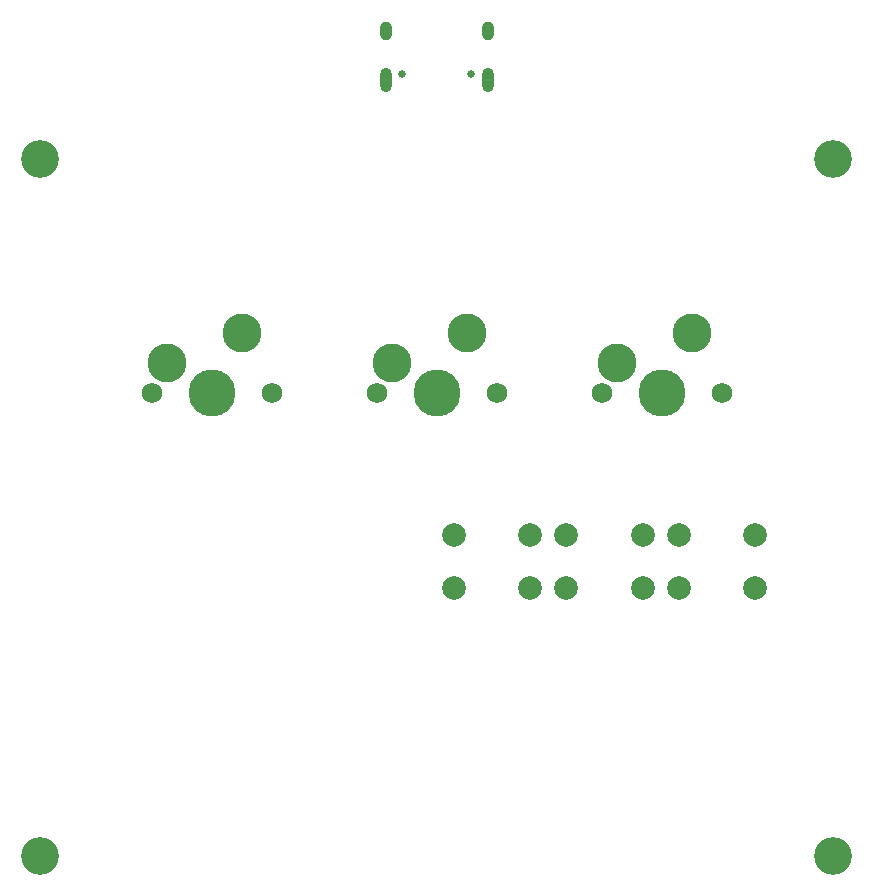
<source format=gbr>
%TF.GenerationSoftware,KiCad,Pcbnew,(6.0.9)*%
%TF.CreationDate,2022-12-06T02:01:01+08:00*%
%TF.ProjectId,sharkpad rev2,73686172-6b70-4616-9420-726576322e6b,rev?*%
%TF.SameCoordinates,Original*%
%TF.FileFunction,Soldermask,Top*%
%TF.FilePolarity,Negative*%
%FSLAX46Y46*%
G04 Gerber Fmt 4.6, Leading zero omitted, Abs format (unit mm)*
G04 Created by KiCad (PCBNEW (6.0.9)) date 2022-12-06 02:01:01*
%MOMM*%
%LPD*%
G01*
G04 APERTURE LIST*
%ADD10C,3.200000*%
%ADD11C,2.000000*%
%ADD12C,0.650000*%
%ADD13O,1.000000X1.600000*%
%ADD14O,1.000000X2.100000*%
%ADD15C,3.987800*%
%ADD16C,1.750000*%
%ADD17C,3.300000*%
G04 APERTURE END LIST*
D10*
%TO.C,REF\u002A\u002A*%
X80500000Y-68400000D03*
%TD*%
D11*
%TO.C,SW2*%
X141100000Y-100200000D03*
X134600000Y-100200000D03*
X134600000Y-104700000D03*
X141100000Y-104700000D03*
%TD*%
D10*
%TO.C,REF\u002A\u002A*%
X147700000Y-68400000D03*
%TD*%
%TO.C,REF\u002A\u002A*%
X80500000Y-127400000D03*
%TD*%
%TO.C,REF\u002A\u002A*%
X147700000Y-127400000D03*
%TD*%
D11*
%TO.C,SW4*%
X115550000Y-100200000D03*
X122050000Y-100200000D03*
X115550000Y-104700000D03*
X122050000Y-104700000D03*
%TD*%
%TO.C,SW3*%
X125075000Y-100200000D03*
X131575000Y-100200000D03*
X131575000Y-104700000D03*
X125075000Y-104700000D03*
%TD*%
D12*
%TO.C,J1*%
X116990000Y-61200000D03*
X111210000Y-61200000D03*
D13*
X109780000Y-57550000D03*
D14*
X118420000Y-61730000D03*
X109780000Y-61730000D03*
D13*
X118420000Y-57550000D03*
%TD*%
D15*
%TO.C,SW6*%
X114100000Y-88200000D03*
D16*
X119180000Y-88200000D03*
X109020000Y-88200000D03*
D17*
X110290000Y-85660000D03*
X116640000Y-83120000D03*
%TD*%
D15*
%TO.C,SW7*%
X95050000Y-88200000D03*
D16*
X100130000Y-88200000D03*
X89970000Y-88200000D03*
D17*
X91240000Y-85660000D03*
X97590000Y-83120000D03*
%TD*%
D16*
%TO.C,SW5*%
X128070000Y-88200000D03*
D15*
X133150000Y-88200000D03*
D16*
X138230000Y-88200000D03*
D17*
X129340000Y-85660000D03*
X135690000Y-83120000D03*
%TD*%
M02*

</source>
